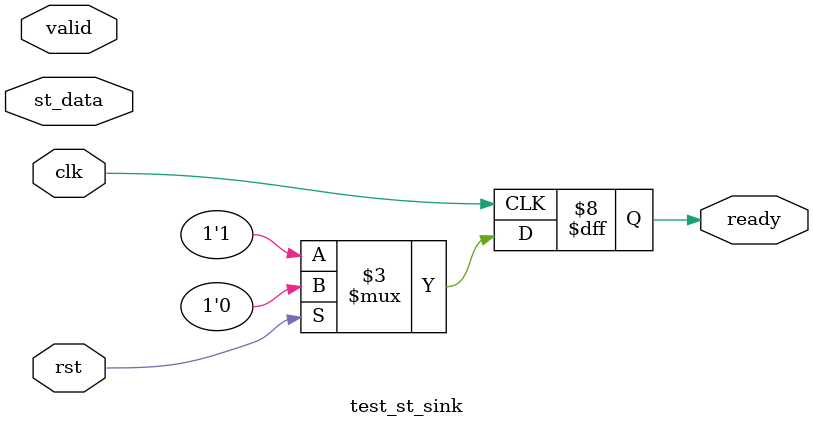
<source format=sv>
`default_nettype none

module test_st_sink #(
    parameter DATA_WIDTH = 256
    ) (
        input wire clk,
        input wire rst,
        input wire [DATA_WIDTH-1:0] st_data,
        input wire valid,
        output logic ready
);
logic [DATA_WIDTH-1:0] data_q; // register the data array

always_ff @ (posedge clk) begin
    if (rst) begin
        data_q  <= 0;
        ready   <= 0;
    end else begin
        ready   <= 1;
        data_q  <= st_data;
    end
end

endmodule

`ifdef QUARTUS_ENV
    `default_nettype wire
`endif

</source>
